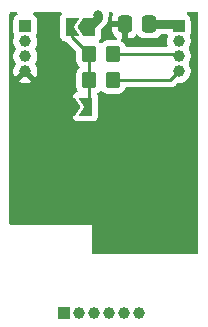
<source format=gbr>
%TF.GenerationSoftware,KiCad,Pcbnew,9.0.6*%
%TF.CreationDate,2025-11-24T18:54:56-06:00*%
%TF.ProjectId,Endor_N_scale_bassic_DCC_decoder_mk1,456e646f-725f-44e5-9f73-63616c655f62,rev?*%
%TF.SameCoordinates,Original*%
%TF.FileFunction,Copper,L2,Bot*%
%TF.FilePolarity,Positive*%
%FSLAX46Y46*%
G04 Gerber Fmt 4.6, Leading zero omitted, Abs format (unit mm)*
G04 Created by KiCad (PCBNEW 9.0.6) date 2025-11-24 18:54:56*
%MOMM*%
%LPD*%
G01*
G04 APERTURE LIST*
G04 Aperture macros list*
%AMRoundRect*
0 Rectangle with rounded corners*
0 $1 Rounding radius*
0 $2 $3 $4 $5 $6 $7 $8 $9 X,Y pos of 4 corners*
0 Add a 4 corners polygon primitive as box body*
4,1,4,$2,$3,$4,$5,$6,$7,$8,$9,$2,$3,0*
0 Add four circle primitives for the rounded corners*
1,1,$1+$1,$2,$3*
1,1,$1+$1,$4,$5*
1,1,$1+$1,$6,$7*
1,1,$1+$1,$8,$9*
0 Add four rect primitives between the rounded corners*
20,1,$1+$1,$2,$3,$4,$5,0*
20,1,$1+$1,$4,$5,$6,$7,0*
20,1,$1+$1,$6,$7,$8,$9,0*
20,1,$1+$1,$8,$9,$2,$3,0*%
%AMFreePoly0*
4,1,6,1.000000,0.000000,0.500000,-0.750000,-0.500000,-0.750000,-0.500000,0.750000,0.500000,0.750000,1.000000,0.000000,1.000000,0.000000,$1*%
%AMFreePoly1*
4,1,6,0.500000,-0.750000,-0.650000,-0.750000,-0.150000,0.000000,-0.650000,0.750000,0.500000,0.750000,0.500000,-0.750000,0.500000,-0.750000,$1*%
G04 Aperture macros list end*
%TA.AperFunction,SMDPad,CuDef*%
%ADD10RoundRect,0.250000X-0.350000X-0.450000X0.350000X-0.450000X0.350000X0.450000X-0.350000X0.450000X0*%
%TD*%
%TA.AperFunction,SMDPad,CuDef*%
%ADD11FreePoly0,0.000000*%
%TD*%
%TA.AperFunction,SMDPad,CuDef*%
%ADD12FreePoly1,0.000000*%
%TD*%
%TA.AperFunction,SMDPad,CuDef*%
%ADD13FreePoly0,180.000000*%
%TD*%
%TA.AperFunction,SMDPad,CuDef*%
%ADD14FreePoly1,180.000000*%
%TD*%
%TA.AperFunction,ComponentPad*%
%ADD15R,1.000000X1.000000*%
%TD*%
%TA.AperFunction,ComponentPad*%
%ADD16C,1.000000*%
%TD*%
%TA.AperFunction,SMDPad,CuDef*%
%ADD17RoundRect,0.250000X-0.337500X-0.475000X0.337500X-0.475000X0.337500X0.475000X-0.337500X0.475000X0*%
%TD*%
%TA.AperFunction,ViaPad*%
%ADD18C,0.800000*%
%TD*%
%TA.AperFunction,ViaPad*%
%ADD19C,0.600000*%
%TD*%
%TA.AperFunction,Conductor*%
%ADD20C,0.250000*%
%TD*%
%TA.AperFunction,Conductor*%
%ADD21C,0.762000*%
%TD*%
G04 APERTURE END LIST*
D10*
%TO.P,R7,1*%
%TO.N,Net-(JP1-B)*%
X96750000Y-82050000D03*
%TO.P,R7,2*%
%TO.N,PB1*%
X98750000Y-82050000D03*
%TD*%
%TO.P,R6,1*%
%TO.N,Net-(JP1-B)*%
X96750000Y-84250000D03*
%TO.P,R6,2*%
%TO.N,PB0*%
X98750000Y-84250000D03*
%TD*%
D11*
%TO.P,DOWN,1,A*%
%TO.N,GND*%
X95050000Y-86500000D03*
D12*
%TO.P,DOWN,2,B*%
%TO.N,Net-(JP1-B)*%
X96500000Y-86500000D03*
%TD*%
D13*
%TO.P,UP,1,A*%
%TO.N,+5V*%
X96750000Y-79750000D03*
D14*
%TO.P,UP,2,B*%
%TO.N,Net-(JP1-B)*%
X95300000Y-79750000D03*
%TD*%
D15*
%TO.P,J3,1,Pin_1*%
%TO.N,unconnected-(J3-Pin_1-Pad1)*%
X94650000Y-104000000D03*
D16*
%TO.P,J3,2,Pin_2*%
%TO.N,unconnected-(J3-Pin_2-Pad2)*%
X95920000Y-104000000D03*
%TO.P,J3,3,Pin_3*%
%TO.N,Right Rail*%
X97190000Y-104000000D03*
%TO.P,J3,4,Pin_4*%
%TO.N,Left Rail*%
X98460000Y-104000000D03*
%TO.P,J3,5,Pin_5*%
%TO.N,DCC Pin5*%
X99730000Y-104000000D03*
%TO.P,J3,6,Pin_6*%
%TO.N,DCC Pin6*%
X101000000Y-104000000D03*
%TD*%
%TO.P,J2,4,Pin_4*%
%TO.N,PB0*%
X104337500Y-83500000D03*
%TO.P,J2,3,Pin_3*%
%TO.N,PB1*%
X104337500Y-82230000D03*
%TO.P,J2,2,Pin_2*%
%TO.N,INT0*%
X104337500Y-80960000D03*
D15*
%TO.P,J2,1,Pin_1*%
%TO.N,+5V*%
X104337500Y-79690000D03*
%TD*%
%TO.P,J1,1,Pin_1*%
%TO.N,Net-(J1-Pin_1)*%
X91337500Y-79690000D03*
D16*
%TO.P,J1,2,Pin_2*%
%TO.N,Net-(J1-Pin_2)*%
X91337500Y-80960000D03*
%TO.P,J1,3,Pin_3*%
%TO.N,Net-(J1-Pin_3)*%
X91337500Y-82230000D03*
%TO.P,J1,4,Pin_4*%
%TO.N,GND*%
X91337500Y-83500000D03*
%TD*%
D17*
%TO.P,C3,1*%
%TO.N,GND*%
X99762500Y-79500000D03*
%TO.P,C3,2*%
%TO.N,+5V*%
X101837500Y-79500000D03*
%TD*%
D18*
%TO.N,GND*%
X98000000Y-97000000D03*
X94000000Y-96000000D03*
D19*
X105500000Y-79000000D03*
D18*
X93500000Y-84250000D03*
X92500000Y-90500000D03*
X92500000Y-88000000D03*
X91000000Y-87000000D03*
D19*
X98000000Y-86000000D03*
X103500000Y-89000000D03*
X100000000Y-97000000D03*
X97000000Y-91500000D03*
D18*
X96500000Y-89500000D03*
X105500000Y-85000000D03*
X105500000Y-88000000D03*
X105500000Y-95000000D03*
X105500000Y-98000000D03*
X104000000Y-92500000D03*
D19*
X101000000Y-92500000D03*
D18*
X91000000Y-89500000D03*
X91500000Y-92500000D03*
X91250000Y-95500000D03*
%TO.N,+5V*%
X97500000Y-78750000D03*
%TD*%
D20*
%TO.N,Net-(JP1-B)*%
X96750000Y-84250000D02*
X96750000Y-86250000D01*
X96750000Y-86250000D02*
X96500000Y-86500000D01*
X96750000Y-82050000D02*
X95300000Y-80600000D01*
X95300000Y-80600000D02*
X95300000Y-79750000D01*
X96750000Y-82050000D02*
X96750000Y-84250000D01*
%TO.N,PB0*%
X98750000Y-84250000D02*
X103587500Y-84250000D01*
X103587500Y-84250000D02*
X104337500Y-83500000D01*
%TO.N,PB1*%
X98750000Y-82050000D02*
X104157500Y-82050000D01*
X104157500Y-82050000D02*
X104337500Y-82230000D01*
D21*
%TO.N,+5V*%
X97500000Y-79000000D02*
X97500000Y-78750000D01*
X96750000Y-79750000D02*
X97500000Y-79000000D01*
X101837500Y-79500000D02*
X104147500Y-79500000D01*
X104147500Y-79500000D02*
X104337500Y-79690000D01*
%TD*%
%TA.AperFunction,Conductor*%
%TO.N,GND*%
G36*
X90633679Y-78520185D02*
G01*
X90679434Y-78572989D01*
X90689378Y-78642147D01*
X90660353Y-78705703D01*
X90609973Y-78740682D01*
X90595171Y-78746202D01*
X90595164Y-78746206D01*
X90479955Y-78832452D01*
X90479952Y-78832455D01*
X90393706Y-78947664D01*
X90393702Y-78947671D01*
X90343408Y-79082517D01*
X90337001Y-79142116D01*
X90337001Y-79142123D01*
X90337000Y-79142135D01*
X90337000Y-80237870D01*
X90337001Y-80237876D01*
X90343408Y-80297483D01*
X90393702Y-80432328D01*
X90393706Y-80432335D01*
X90402523Y-80444113D01*
X90426940Y-80509578D01*
X90417818Y-80565874D01*
X90395415Y-80619961D01*
X90375450Y-80668164D01*
X90375448Y-80668168D01*
X90375447Y-80668171D01*
X90337000Y-80861456D01*
X90337000Y-80861459D01*
X90337000Y-81058541D01*
X90337000Y-81058543D01*
X90336999Y-81058543D01*
X90375447Y-81251829D01*
X90375450Y-81251839D01*
X90450865Y-81433907D01*
X90450868Y-81433914D01*
X90494852Y-81499740D01*
X90512471Y-81526110D01*
X90533348Y-81592787D01*
X90514863Y-81660167D01*
X90512471Y-81663890D01*
X90450866Y-81756089D01*
X90375450Y-81938160D01*
X90375447Y-81938170D01*
X90337000Y-82131456D01*
X90337000Y-82131459D01*
X90337000Y-82328541D01*
X90337000Y-82328543D01*
X90336999Y-82328543D01*
X90375447Y-82521829D01*
X90375450Y-82521839D01*
X90450865Y-82703907D01*
X90450868Y-82703914D01*
X90468706Y-82730610D01*
X90512771Y-82796559D01*
X90533648Y-82863236D01*
X90515163Y-82930616D01*
X90512771Y-82934339D01*
X90451309Y-83026325D01*
X90375930Y-83208306D01*
X90375927Y-83208318D01*
X90337500Y-83401504D01*
X90337500Y-83598495D01*
X90375927Y-83791681D01*
X90375930Y-83791693D01*
X90451308Y-83973673D01*
X90451309Y-83973675D01*
X90474926Y-84009019D01*
X91012500Y-83471445D01*
X91012500Y-83542787D01*
X91034649Y-83625445D01*
X91077436Y-83699554D01*
X91137946Y-83760064D01*
X91212055Y-83802851D01*
X91294713Y-83825000D01*
X91380287Y-83825000D01*
X91462945Y-83802851D01*
X91537054Y-83760064D01*
X91597564Y-83699554D01*
X91640351Y-83625445D01*
X91662500Y-83542787D01*
X91662500Y-83471447D01*
X92200072Y-84009020D01*
X92200073Y-84009019D01*
X92223687Y-83973680D01*
X92223690Y-83973676D01*
X92299069Y-83791693D01*
X92299072Y-83791681D01*
X92337499Y-83598495D01*
X92337500Y-83598492D01*
X92337500Y-83401508D01*
X92337499Y-83401504D01*
X92299072Y-83208318D01*
X92299069Y-83208306D01*
X92223692Y-83026328D01*
X92223688Y-83026321D01*
X92162228Y-82934341D01*
X92141350Y-82867663D01*
X92159834Y-82800283D01*
X92162204Y-82796595D01*
X92224132Y-82703914D01*
X92224490Y-82703051D01*
X92299549Y-82521839D01*
X92299551Y-82521835D01*
X92338000Y-82328541D01*
X92338000Y-82131459D01*
X92338000Y-82131456D01*
X92299552Y-81938170D01*
X92299551Y-81938169D01*
X92299551Y-81938165D01*
X92256442Y-81834090D01*
X92224135Y-81756092D01*
X92224133Y-81756088D01*
X92224132Y-81756086D01*
X92162529Y-81663891D01*
X92141651Y-81597214D01*
X92160135Y-81529834D01*
X92162529Y-81526109D01*
X92175372Y-81506887D01*
X92224132Y-81433914D01*
X92229627Y-81420649D01*
X92241221Y-81392655D01*
X92299551Y-81251835D01*
X92322403Y-81136954D01*
X92338000Y-81058543D01*
X92338000Y-80861456D01*
X92299552Y-80668170D01*
X92299551Y-80668169D01*
X92299551Y-80668165D01*
X92257180Y-80565873D01*
X92249712Y-80496407D01*
X92272477Y-80444111D01*
X92281296Y-80432331D01*
X92331591Y-80297483D01*
X92338000Y-80237873D01*
X92337999Y-79142128D01*
X92331591Y-79082517D01*
X92291486Y-78974991D01*
X92281297Y-78947671D01*
X92281293Y-78947664D01*
X92195047Y-78832455D01*
X92195044Y-78832452D01*
X92079835Y-78746206D01*
X92079828Y-78746202D01*
X92065027Y-78740682D01*
X92009093Y-78698811D01*
X91984676Y-78633346D01*
X91999528Y-78565073D01*
X92048933Y-78515668D01*
X92108360Y-78500500D01*
X94299233Y-78500500D01*
X94366272Y-78520185D01*
X94412027Y-78572989D01*
X94421971Y-78642147D01*
X94392946Y-78705701D01*
X94392792Y-78705880D01*
X94374747Y-78726704D01*
X94374744Y-78726709D01*
X94314976Y-78857580D01*
X94314975Y-78857585D01*
X94294500Y-78999999D01*
X94294500Y-80500002D01*
X94299644Y-80571940D01*
X94340182Y-80709994D01*
X94417967Y-80831030D01*
X94417971Y-80831034D01*
X94515086Y-80915185D01*
X94526706Y-80925254D01*
X94567174Y-80943735D01*
X94657580Y-80985023D01*
X94657583Y-80985023D01*
X94657584Y-80985024D01*
X94783569Y-81003137D01*
X94803710Y-81012335D01*
X94825348Y-81017042D01*
X94843072Y-81030310D01*
X94847124Y-81032161D01*
X94853602Y-81038193D01*
X94901267Y-81085858D01*
X94901268Y-81085858D01*
X94908336Y-81092926D01*
X95613181Y-81797771D01*
X95646666Y-81859094D01*
X95649500Y-81885452D01*
X95649500Y-82550001D01*
X95649501Y-82550019D01*
X95660000Y-82652796D01*
X95660001Y-82652799D01*
X95707490Y-82796109D01*
X95715186Y-82819334D01*
X95786122Y-82934341D01*
X95807289Y-82968657D01*
X95900951Y-83062319D01*
X95934436Y-83123642D01*
X95929452Y-83193334D01*
X95900951Y-83237681D01*
X95807289Y-83331342D01*
X95715187Y-83480663D01*
X95715185Y-83480668D01*
X95695689Y-83539505D01*
X95660001Y-83647203D01*
X95660001Y-83647204D01*
X95660000Y-83647204D01*
X95649500Y-83749983D01*
X95649500Y-84750001D01*
X95649501Y-84750019D01*
X95660000Y-84852796D01*
X95660001Y-84852799D01*
X95715185Y-85019331D01*
X95715186Y-85019334D01*
X95759940Y-85091893D01*
X95778380Y-85159284D01*
X95757457Y-85225947D01*
X95703815Y-85270717D01*
X95691331Y-85275361D01*
X95632309Y-85293774D01*
X95632308Y-85293775D01*
X95512595Y-85373584D01*
X95420211Y-85483894D01*
X95362651Y-85615754D01*
X95344570Y-85758490D01*
X95367438Y-85900545D01*
X95367439Y-85900548D01*
X95429399Y-86030401D01*
X95696609Y-86431216D01*
X95717417Y-86497915D01*
X95698862Y-86565276D01*
X95696609Y-86568782D01*
X95429399Y-86969598D01*
X95390182Y-87040005D01*
X95390179Y-87040012D01*
X95349645Y-87178058D01*
X95349645Y-87321940D01*
X95390182Y-87459994D01*
X95467967Y-87581030D01*
X95467971Y-87581034D01*
X95576700Y-87675249D01*
X95576706Y-87675254D01*
X95617174Y-87693735D01*
X95707580Y-87735023D01*
X95707583Y-87735023D01*
X95707584Y-87735024D01*
X95850000Y-87755500D01*
X95850003Y-87755500D01*
X97000000Y-87755500D01*
X97071940Y-87750355D01*
X97209992Y-87709819D01*
X97331032Y-87632031D01*
X97425254Y-87523294D01*
X97485024Y-87392416D01*
X97505500Y-87250000D01*
X97505500Y-85750000D01*
X97500355Y-85678060D01*
X97459819Y-85540008D01*
X97445194Y-85517251D01*
X97425509Y-85450211D01*
X97445193Y-85383172D01*
X97484409Y-85344675D01*
X97568656Y-85292712D01*
X97662319Y-85199049D01*
X97723642Y-85165564D01*
X97793334Y-85170548D01*
X97837681Y-85199049D01*
X97931344Y-85292712D01*
X98080666Y-85384814D01*
X98247203Y-85439999D01*
X98349991Y-85450500D01*
X99150008Y-85450499D01*
X99150016Y-85450498D01*
X99150019Y-85450498D01*
X99206302Y-85444748D01*
X99252797Y-85439999D01*
X99419334Y-85384814D01*
X99568656Y-85292712D01*
X99692712Y-85168656D01*
X99784814Y-85019334D01*
X99804311Y-84960493D01*
X99844084Y-84903051D01*
X99908600Y-84876228D01*
X99922017Y-84875500D01*
X103649107Y-84875500D01*
X103709529Y-84863481D01*
X103769952Y-84851463D01*
X103803292Y-84837652D01*
X103883786Y-84804312D01*
X103935009Y-84770084D01*
X103986233Y-84735858D01*
X104073358Y-84648733D01*
X104073360Y-84648729D01*
X104185272Y-84536816D01*
X104246593Y-84503334D01*
X104272951Y-84500500D01*
X104436043Y-84500500D01*
X104566082Y-84474632D01*
X104629335Y-84462051D01*
X104811414Y-84386632D01*
X104975282Y-84277139D01*
X105114639Y-84137782D01*
X105224132Y-83973914D01*
X105299551Y-83791835D01*
X105328320Y-83647204D01*
X105338000Y-83598543D01*
X105338000Y-83401456D01*
X105299552Y-83208170D01*
X105299551Y-83208169D01*
X105299551Y-83208165D01*
X105293408Y-83193334D01*
X105224135Y-83026092D01*
X105224133Y-83026088D01*
X105224132Y-83026086D01*
X105162529Y-82933891D01*
X105141651Y-82867214D01*
X105160135Y-82799834D01*
X105162529Y-82796109D01*
X105175372Y-82776887D01*
X105224132Y-82703914D01*
X105224490Y-82703051D01*
X105299549Y-82521839D01*
X105299551Y-82521835D01*
X105338000Y-82328541D01*
X105338000Y-82131459D01*
X105338000Y-82131456D01*
X105299552Y-81938170D01*
X105299551Y-81938169D01*
X105299551Y-81938165D01*
X105256442Y-81834090D01*
X105224135Y-81756092D01*
X105224133Y-81756088D01*
X105224132Y-81756086D01*
X105162529Y-81663891D01*
X105141651Y-81597214D01*
X105160135Y-81529834D01*
X105162529Y-81526109D01*
X105175372Y-81506887D01*
X105224132Y-81433914D01*
X105229627Y-81420649D01*
X105241221Y-81392655D01*
X105299551Y-81251835D01*
X105322403Y-81136954D01*
X105338000Y-81058543D01*
X105338000Y-80861456D01*
X105299552Y-80668170D01*
X105299551Y-80668169D01*
X105299551Y-80668165D01*
X105257180Y-80565873D01*
X105249712Y-80496407D01*
X105272477Y-80444111D01*
X105281296Y-80432331D01*
X105331591Y-80297483D01*
X105338000Y-80237873D01*
X105337999Y-79142128D01*
X105331591Y-79082517D01*
X105291486Y-78974991D01*
X105281297Y-78947671D01*
X105281293Y-78947664D01*
X105195047Y-78832455D01*
X105195044Y-78832452D01*
X105079835Y-78746206D01*
X105079828Y-78746202D01*
X105065027Y-78740682D01*
X105009093Y-78698811D01*
X104984676Y-78633346D01*
X104999528Y-78565073D01*
X105048933Y-78515668D01*
X105108360Y-78500500D01*
X105875500Y-78500500D01*
X105942539Y-78520185D01*
X105988294Y-78572989D01*
X105999500Y-78624500D01*
X105999500Y-98876000D01*
X105979815Y-98943039D01*
X105927011Y-98988794D01*
X105875500Y-99000000D01*
X97124000Y-99000000D01*
X97056961Y-98980315D01*
X97011206Y-98927511D01*
X97000000Y-98876000D01*
X97000000Y-96500000D01*
X90124500Y-96500000D01*
X90057461Y-96480315D01*
X90011706Y-96427511D01*
X90000500Y-96376000D01*
X90000500Y-84362572D01*
X90828479Y-84362572D01*
X90863828Y-84386192D01*
X91045806Y-84461569D01*
X91045818Y-84461572D01*
X91239004Y-84499999D01*
X91239008Y-84500000D01*
X91435992Y-84500000D01*
X91435995Y-84499999D01*
X91629181Y-84461572D01*
X91629193Y-84461569D01*
X91811176Y-84386190D01*
X91811180Y-84386187D01*
X91846519Y-84362573D01*
X91846520Y-84362572D01*
X91337501Y-83853553D01*
X91337500Y-83853553D01*
X90828479Y-84362572D01*
X90000500Y-84362572D01*
X90000500Y-78624500D01*
X90020185Y-78557461D01*
X90072989Y-78511706D01*
X90124500Y-78500500D01*
X90566640Y-78500500D01*
X90633679Y-78520185D01*
G37*
%TD.AperFunction*%
%TA.AperFunction,Conductor*%
G36*
X98712185Y-78520185D02*
G01*
X98757940Y-78572989D01*
X98767884Y-78642147D01*
X98750684Y-78689598D01*
X98740644Y-78705873D01*
X98740641Y-78705880D01*
X98685494Y-78872302D01*
X98685493Y-78872309D01*
X98675000Y-78975013D01*
X98675000Y-79250000D01*
X99638500Y-79250000D01*
X99705539Y-79269685D01*
X99751294Y-79322489D01*
X99762500Y-79374000D01*
X99762500Y-79500000D01*
X99888500Y-79500000D01*
X99955539Y-79519685D01*
X100001294Y-79572489D01*
X100012500Y-79624000D01*
X100012500Y-80724999D01*
X100149972Y-80724999D01*
X100149986Y-80724998D01*
X100252697Y-80714505D01*
X100419119Y-80659358D01*
X100419124Y-80659356D01*
X100568345Y-80567315D01*
X100692318Y-80443342D01*
X100694165Y-80440348D01*
X100695969Y-80438724D01*
X100696798Y-80437677D01*
X100696976Y-80437818D01*
X100746110Y-80393621D01*
X100815073Y-80382396D01*
X100879156Y-80410236D01*
X100905243Y-80440341D01*
X100907288Y-80443656D01*
X101031344Y-80567712D01*
X101180666Y-80659814D01*
X101347203Y-80714999D01*
X101449991Y-80725500D01*
X102225008Y-80725499D01*
X102225016Y-80725498D01*
X102225019Y-80725498D01*
X102281302Y-80719748D01*
X102327797Y-80714999D01*
X102494334Y-80659814D01*
X102643656Y-80567712D01*
X102767712Y-80443656D01*
X102768643Y-80442145D01*
X102769719Y-80440403D01*
X102771676Y-80438642D01*
X102772193Y-80437989D01*
X102772304Y-80438077D01*
X102821666Y-80393678D01*
X102875257Y-80381500D01*
X103293582Y-80381500D01*
X103297964Y-80382786D01*
X103302428Y-80381816D01*
X103331182Y-80392540D01*
X103360621Y-80401185D01*
X103364806Y-80405081D01*
X103367893Y-80406233D01*
X103392849Y-80431190D01*
X103402523Y-80444113D01*
X103426940Y-80509577D01*
X103417818Y-80565874D01*
X103395415Y-80619961D01*
X103375450Y-80668164D01*
X103375448Y-80668168D01*
X103375447Y-80668171D01*
X103337000Y-80861456D01*
X103337000Y-80861459D01*
X103337000Y-81058541D01*
X103337000Y-81058543D01*
X103336999Y-81058543D01*
X103375447Y-81251829D01*
X103375450Y-81251839D01*
X103375952Y-81253050D01*
X103376025Y-81253734D01*
X103377217Y-81257662D01*
X103376472Y-81257888D01*
X103383419Y-81322520D01*
X103352143Y-81384998D01*
X103292053Y-81420649D01*
X103261390Y-81424500D01*
X99922017Y-81424500D01*
X99854978Y-81404815D01*
X99809223Y-81352011D01*
X99804311Y-81339505D01*
X99798683Y-81322520D01*
X99784814Y-81280666D01*
X99692712Y-81131344D01*
X99568656Y-81007288D01*
X99568655Y-81007287D01*
X99483134Y-80954538D01*
X99436409Y-80902590D01*
X99425186Y-80833628D01*
X99453029Y-80769545D01*
X99498137Y-80739361D01*
X99512500Y-80724998D01*
X99512500Y-79750000D01*
X98675001Y-79750000D01*
X98675001Y-80024986D01*
X98685494Y-80127697D01*
X98740641Y-80294119D01*
X98740643Y-80294124D01*
X98832684Y-80443345D01*
X98956654Y-80567315D01*
X99042006Y-80619961D01*
X99088730Y-80671909D01*
X99099953Y-80740872D01*
X99072109Y-80804954D01*
X99014040Y-80843810D01*
X98976909Y-80849500D01*
X98349998Y-80849500D01*
X98349980Y-80849501D01*
X98247203Y-80860000D01*
X98247200Y-80860001D01*
X98080668Y-80915185D01*
X98080663Y-80915187D01*
X97931342Y-81007289D01*
X97837681Y-81100951D01*
X97829735Y-81105289D01*
X97824310Y-81112537D01*
X97799550Y-81121771D01*
X97776358Y-81134436D01*
X97767328Y-81133790D01*
X97758846Y-81136954D01*
X97733025Y-81131337D01*
X97706666Y-81129452D01*
X97697612Y-81123633D01*
X97690573Y-81122102D01*
X97662319Y-81100951D01*
X97598771Y-81037403D01*
X97565286Y-80976080D01*
X97570270Y-80906388D01*
X97592737Y-80868522D01*
X97675254Y-80773294D01*
X97723263Y-80668170D01*
X97735023Y-80642419D01*
X97735024Y-80642414D01*
X97738252Y-80619961D01*
X97755500Y-80500000D01*
X97755500Y-80042492D01*
X97775185Y-79975453D01*
X97791819Y-79954811D01*
X98184704Y-79561926D01*
X98184706Y-79561924D01*
X98281175Y-79417547D01*
X98347624Y-79257124D01*
X98370497Y-79142135D01*
X98381500Y-79086823D01*
X98381500Y-78946421D01*
X98383883Y-78922229D01*
X98400500Y-78838693D01*
X98400500Y-78661309D01*
X98397990Y-78648690D01*
X98399868Y-78627705D01*
X98396870Y-78606853D01*
X98402920Y-78593603D01*
X98404219Y-78579099D01*
X98417142Y-78562463D01*
X98425895Y-78543297D01*
X98438148Y-78535422D01*
X98447082Y-78523922D01*
X98466948Y-78516913D01*
X98484673Y-78505523D01*
X98509258Y-78501988D01*
X98512972Y-78500678D01*
X98519608Y-78500500D01*
X98645146Y-78500500D01*
X98712185Y-78520185D01*
G37*
%TD.AperFunction*%
%TD*%
M02*

</source>
